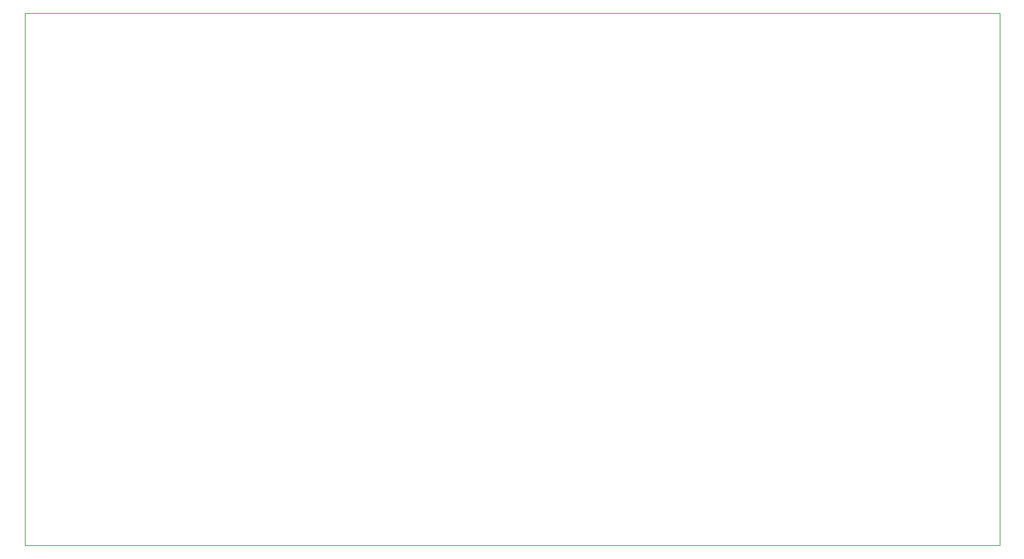
<source format=gbr>
%TF.GenerationSoftware,KiCad,Pcbnew,(5.1.10-1-10_14)*%
%TF.CreationDate,2021-09-24T12:04:47-04:00*%
%TF.ProjectId,DIODE-prog-memory,44494f44-452d-4707-926f-672d6d656d6f,rev?*%
%TF.SameCoordinates,Original*%
%TF.FileFunction,Profile,NP*%
%FSLAX46Y46*%
G04 Gerber Fmt 4.6, Leading zero omitted, Abs format (unit mm)*
G04 Created by KiCad (PCBNEW (5.1.10-1-10_14)) date 2021-09-24 12:04:47*
%MOMM*%
%LPD*%
G01*
G04 APERTURE LIST*
%TA.AperFunction,Profile*%
%ADD10C,0.050000*%
%TD*%
G04 APERTURE END LIST*
D10*
X183642000Y-162560000D02*
X183642000Y-103124000D01*
X57658000Y-162560000D02*
X183642000Y-162560000D01*
X57658000Y-93726000D02*
X57658000Y-162560000D01*
X183642000Y-93726000D02*
X57658000Y-93726000D01*
X183642000Y-103124000D02*
X183642000Y-93726000D01*
M02*

</source>
